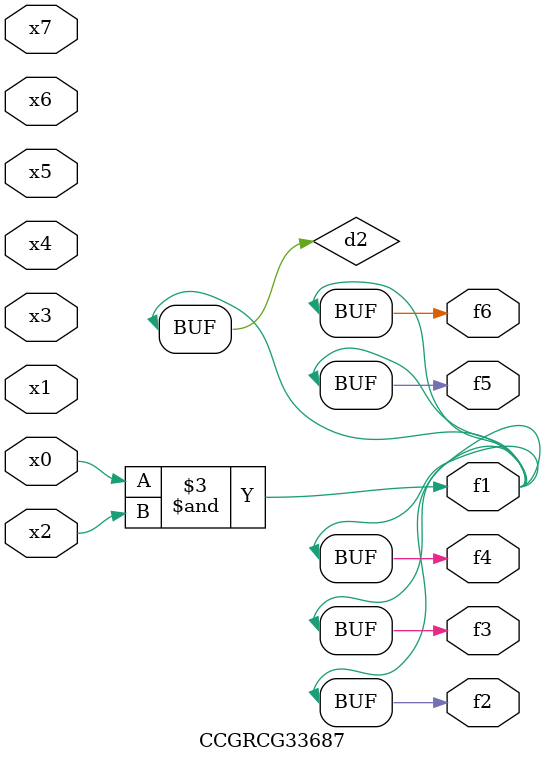
<source format=v>
module CCGRCG33687(
	input x0, x1, x2, x3, x4, x5, x6, x7,
	output f1, f2, f3, f4, f5, f6
);

	wire d1, d2;

	nor (d1, x3, x6);
	and (d2, x0, x2);
	assign f1 = d2;
	assign f2 = d2;
	assign f3 = d2;
	assign f4 = d2;
	assign f5 = d2;
	assign f6 = d2;
endmodule

</source>
